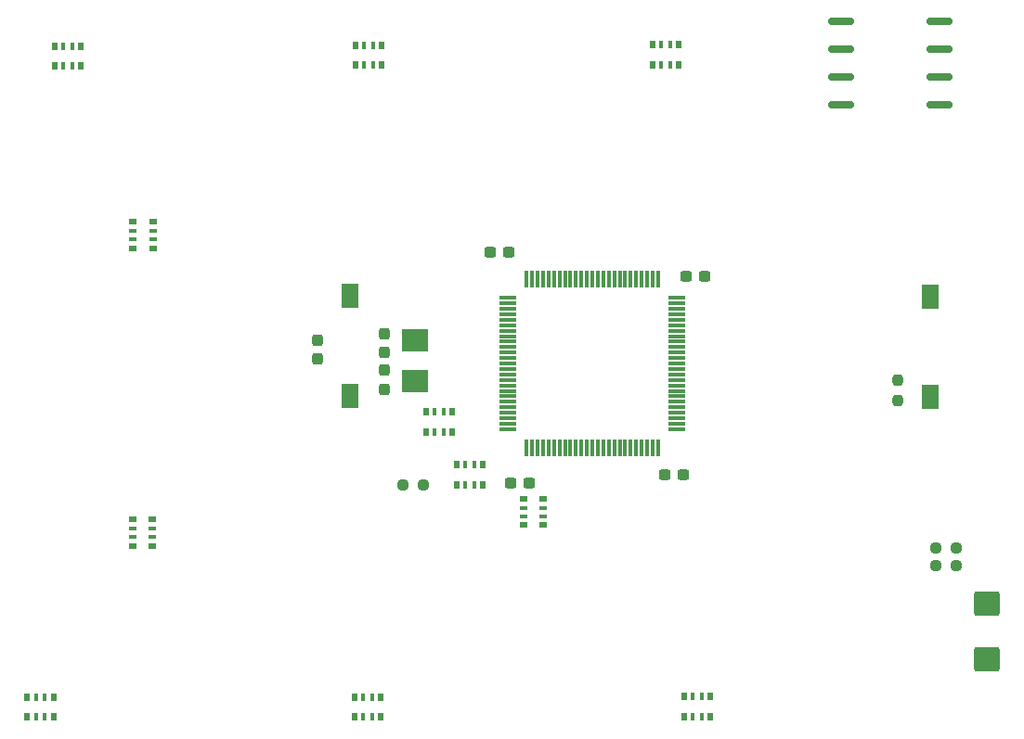
<source format=gbr>
%TF.GenerationSoftware,KiCad,Pcbnew,6.0.5*%
%TF.CreationDate,2022-11-27T13:32:37+03:00*%
%TF.ProjectId,multistepper,6d756c74-6973-4746-9570-7065722e6b69,rev?*%
%TF.SameCoordinates,Original*%
%TF.FileFunction,Paste,Top*%
%TF.FilePolarity,Positive*%
%FSLAX46Y46*%
G04 Gerber Fmt 4.6, Leading zero omitted, Abs format (unit mm)*
G04 Created by KiCad (PCBNEW 6.0.5) date 2022-11-27 13:32:37*
%MOMM*%
%LPD*%
G01*
G04 APERTURE LIST*
G04 Aperture macros list*
%AMRoundRect*
0 Rectangle with rounded corners*
0 $1 Rounding radius*
0 $2 $3 $4 $5 $6 $7 $8 $9 X,Y pos of 4 corners*
0 Add a 4 corners polygon primitive as box body*
4,1,4,$2,$3,$4,$5,$6,$7,$8,$9,$2,$3,0*
0 Add four circle primitives for the rounded corners*
1,1,$1+$1,$2,$3*
1,1,$1+$1,$4,$5*
1,1,$1+$1,$6,$7*
1,1,$1+$1,$8,$9*
0 Add four rect primitives between the rounded corners*
20,1,$1+$1,$2,$3,$4,$5,0*
20,1,$1+$1,$4,$5,$6,$7,0*
20,1,$1+$1,$6,$7,$8,$9,0*
20,1,$1+$1,$8,$9,$2,$3,0*%
G04 Aperture macros list end*
%ADD10RoundRect,0.237500X-0.300000X-0.237500X0.300000X-0.237500X0.300000X0.237500X-0.300000X0.237500X0*%
%ADD11R,1.600000X2.180000*%
%ADD12R,0.500000X0.800000*%
%ADD13R,0.400000X0.800000*%
%ADD14R,0.800000X0.500000*%
%ADD15R,0.800000X0.400000*%
%ADD16RoundRect,0.075000X-0.075000X-0.725000X0.075000X-0.725000X0.075000X0.725000X-0.075000X0.725000X0*%
%ADD17RoundRect,0.075000X-0.725000X-0.075000X0.725000X-0.075000X0.725000X0.075000X-0.725000X0.075000X0*%
%ADD18RoundRect,0.237500X0.237500X-0.300000X0.237500X0.300000X-0.237500X0.300000X-0.237500X-0.300000X0*%
%ADD19R,2.400000X2.000000*%
%ADD20RoundRect,0.237500X0.237500X-0.250000X0.237500X0.250000X-0.237500X0.250000X-0.237500X-0.250000X0*%
%ADD21RoundRect,0.237500X-0.237500X0.300000X-0.237500X-0.300000X0.237500X-0.300000X0.237500X0.300000X0*%
%ADD22RoundRect,0.162500X-1.012500X-0.162500X1.012500X-0.162500X1.012500X0.162500X-1.012500X0.162500X0*%
%ADD23RoundRect,0.237500X0.300000X0.237500X-0.300000X0.237500X-0.300000X-0.237500X0.300000X-0.237500X0*%
%ADD24RoundRect,0.237500X0.250000X0.237500X-0.250000X0.237500X-0.250000X-0.237500X0.250000X-0.237500X0*%
%ADD25RoundRect,0.237500X-0.250000X-0.237500X0.250000X-0.237500X0.250000X0.237500X-0.250000X0.237500X0*%
%ADD26RoundRect,0.250000X-0.925000X0.875000X-0.925000X-0.875000X0.925000X-0.875000X0.925000X0.875000X0*%
G04 APERTURE END LIST*
D10*
%TO.C,C9*%
X111760000Y-79502000D03*
X110035000Y-79502000D03*
%TD*%
D11*
%TO.C,SW2*%
X150164800Y-92728000D03*
X150164800Y-83548000D03*
%TD*%
D12*
%TO.C,RN11*%
X127270450Y-60560000D03*
D13*
X126470450Y-60560000D03*
X125670450Y-60560000D03*
D12*
X124870450Y-60560000D03*
X124870450Y-62360000D03*
D13*
X125670450Y-62360000D03*
X126470450Y-62360000D03*
D12*
X127270450Y-62360000D03*
%TD*%
D14*
%TO.C,RN7*%
X113095200Y-102025600D03*
D15*
X113095200Y-102825600D03*
X113095200Y-103625600D03*
D14*
X113095200Y-104425600D03*
X114895200Y-104425600D03*
D15*
X114895200Y-103625600D03*
X114895200Y-102825600D03*
D14*
X114895200Y-102025600D03*
%TD*%
D16*
%TO.C,U1*%
X113380000Y-81987000D03*
X113880000Y-81987000D03*
X114380000Y-81987000D03*
X114880000Y-81987000D03*
X115380000Y-81987000D03*
X115880000Y-81987000D03*
X116380000Y-81987000D03*
X116880000Y-81987000D03*
X117380000Y-81987000D03*
X117880000Y-81987000D03*
X118380000Y-81987000D03*
X118880000Y-81987000D03*
X119380000Y-81987000D03*
X119880000Y-81987000D03*
X120380000Y-81987000D03*
X120880000Y-81987000D03*
X121380000Y-81987000D03*
X121880000Y-81987000D03*
X122380000Y-81987000D03*
X122880000Y-81987000D03*
X123380000Y-81987000D03*
X123880000Y-81987000D03*
X124380000Y-81987000D03*
X124880000Y-81987000D03*
X125380000Y-81987000D03*
D17*
X127055000Y-83662000D03*
X127055000Y-84162000D03*
X127055000Y-84662000D03*
X127055000Y-85162000D03*
X127055000Y-85662000D03*
X127055000Y-86162000D03*
X127055000Y-86662000D03*
X127055000Y-87162000D03*
X127055000Y-87662000D03*
X127055000Y-88162000D03*
X127055000Y-88662000D03*
X127055000Y-89162000D03*
X127055000Y-89662000D03*
X127055000Y-90162000D03*
X127055000Y-90662000D03*
X127055000Y-91162000D03*
X127055000Y-91662000D03*
X127055000Y-92162000D03*
X127055000Y-92662000D03*
X127055000Y-93162000D03*
X127055000Y-93662000D03*
X127055000Y-94162000D03*
X127055000Y-94662000D03*
X127055000Y-95162000D03*
X127055000Y-95662000D03*
D16*
X125380000Y-97337000D03*
X124880000Y-97337000D03*
X124380000Y-97337000D03*
X123880000Y-97337000D03*
X123380000Y-97337000D03*
X122880000Y-97337000D03*
X122380000Y-97337000D03*
X121880000Y-97337000D03*
X121380000Y-97337000D03*
X120880000Y-97337000D03*
X120380000Y-97337000D03*
X119880000Y-97337000D03*
X119380000Y-97337000D03*
X118880000Y-97337000D03*
X118380000Y-97337000D03*
X117880000Y-97337000D03*
X117380000Y-97337000D03*
X116880000Y-97337000D03*
X116380000Y-97337000D03*
X115880000Y-97337000D03*
X115380000Y-97337000D03*
X114880000Y-97337000D03*
X114380000Y-97337000D03*
X113880000Y-97337000D03*
X113380000Y-97337000D03*
D17*
X111705000Y-95662000D03*
X111705000Y-95162000D03*
X111705000Y-94662000D03*
X111705000Y-94162000D03*
X111705000Y-93662000D03*
X111705000Y-93162000D03*
X111705000Y-92662000D03*
X111705000Y-92162000D03*
X111705000Y-91662000D03*
X111705000Y-91162000D03*
X111705000Y-90662000D03*
X111705000Y-90162000D03*
X111705000Y-89662000D03*
X111705000Y-89162000D03*
X111705000Y-88662000D03*
X111705000Y-88162000D03*
X111705000Y-87662000D03*
X111705000Y-87162000D03*
X111705000Y-86662000D03*
X111705000Y-86162000D03*
X111705000Y-85662000D03*
X111705000Y-85162000D03*
X111705000Y-84662000D03*
X111705000Y-84162000D03*
X111705000Y-83662000D03*
%TD*%
D18*
%TO.C,C4*%
X100417350Y-90272700D03*
X100417350Y-91997700D03*
%TD*%
D19*
%TO.C,Y1*%
X103225600Y-87558000D03*
X103225600Y-91258000D03*
%TD*%
D12*
%TO.C,RN6*%
X104210000Y-95896000D03*
D13*
X105010000Y-95896000D03*
X105810000Y-95896000D03*
D12*
X106610000Y-95896000D03*
X106610000Y-94096000D03*
D13*
X105810000Y-94096000D03*
X105010000Y-94096000D03*
D12*
X104210000Y-94096000D03*
%TD*%
D20*
%TO.C,R2*%
X147218400Y-91187900D03*
X147218400Y-93012900D03*
%TD*%
D10*
%TO.C,C5*%
X129614000Y-81661000D03*
X127889000Y-81661000D03*
%TD*%
D21*
%TO.C,C2*%
X94284800Y-89253400D03*
X94284800Y-87528400D03*
%TD*%
D12*
%TO.C,RN10*%
X100165075Y-62421827D03*
D13*
X99365075Y-62421827D03*
X98565075Y-62421827D03*
D12*
X97765075Y-62421827D03*
X97765075Y-60621827D03*
D13*
X98565075Y-60621827D03*
X99365075Y-60621827D03*
D12*
X100165075Y-60621827D03*
%TD*%
%TO.C,RN5*%
X107004000Y-100722000D03*
D13*
X107804000Y-100722000D03*
X108604000Y-100722000D03*
D12*
X109404000Y-100722000D03*
X109404000Y-98922000D03*
D13*
X108604000Y-98922000D03*
X107804000Y-98922000D03*
D12*
X107004000Y-98922000D03*
%TD*%
D21*
%TO.C,C1*%
X100417350Y-88642700D03*
X100417350Y-86917700D03*
%TD*%
D22*
%TO.C,U2*%
X151083000Y-58420000D03*
X151083000Y-60960000D03*
X151083000Y-63500000D03*
X151083000Y-66040000D03*
X142033000Y-66040000D03*
X142033000Y-63500000D03*
X142033000Y-60960000D03*
X142033000Y-58420000D03*
%TD*%
D12*
%TO.C,RN13*%
X97696000Y-121940000D03*
D13*
X98496000Y-121940000D03*
X99296000Y-121940000D03*
D12*
X100096000Y-121940000D03*
X100096000Y-120140000D03*
D13*
X99296000Y-120140000D03*
X98496000Y-120140000D03*
D12*
X97696000Y-120140000D03*
%TD*%
%TO.C,RN9*%
X72744000Y-62483654D03*
D13*
X71944000Y-62483654D03*
X71144000Y-62483654D03*
D12*
X70344000Y-62483654D03*
X70344000Y-60683654D03*
D13*
X71144000Y-60683654D03*
X71944000Y-60683654D03*
D12*
X72744000Y-60683654D03*
%TD*%
D14*
%TO.C,RN15*%
X79266000Y-103917600D03*
D15*
X79266000Y-104717600D03*
X79266000Y-105517600D03*
D14*
X79266000Y-106317600D03*
X77466000Y-106317600D03*
D15*
X77466000Y-105517600D03*
X77466000Y-104717600D03*
D14*
X77466000Y-103917600D03*
%TD*%
D23*
%TO.C,C6*%
X125984000Y-99822000D03*
X127709000Y-99822000D03*
%TD*%
D11*
%TO.C,SW1*%
X97282000Y-92659200D03*
X97282000Y-83479200D03*
%TD*%
D24*
%TO.C,R11*%
X150727400Y-108102400D03*
X152552400Y-108102400D03*
%TD*%
D12*
%TO.C,RN14*%
X67834925Y-120140000D03*
D13*
X68634925Y-120140000D03*
X69434925Y-120140000D03*
D12*
X70234925Y-120140000D03*
X70234925Y-121940000D03*
D13*
X69434925Y-121940000D03*
X68634925Y-121940000D03*
D12*
X67834925Y-121940000D03*
%TD*%
D25*
%TO.C,R10*%
X152552400Y-106527600D03*
X150727400Y-106527600D03*
%TD*%
D23*
%TO.C,C7*%
X111913500Y-100584000D03*
X113638500Y-100584000D03*
%TD*%
D26*
%TO.C,C14*%
X155397200Y-116646800D03*
X155397200Y-111546800D03*
%TD*%
D25*
%TO.C,R9*%
X103934900Y-100736400D03*
X102109900Y-100736400D03*
%TD*%
D12*
%TO.C,RN12*%
X127756000Y-120080000D03*
D13*
X128556000Y-120080000D03*
X129356000Y-120080000D03*
D12*
X130156000Y-120080000D03*
X130156000Y-121880000D03*
D13*
X129356000Y-121880000D03*
X128556000Y-121880000D03*
D12*
X127756000Y-121880000D03*
%TD*%
D14*
%TO.C,RN8*%
X79294000Y-76730000D03*
D15*
X79294000Y-77530000D03*
X79294000Y-78330000D03*
D14*
X79294000Y-79130000D03*
X77494000Y-79130000D03*
D15*
X77494000Y-78330000D03*
X77494000Y-77530000D03*
D14*
X77494000Y-76730000D03*
%TD*%
M02*

</source>
